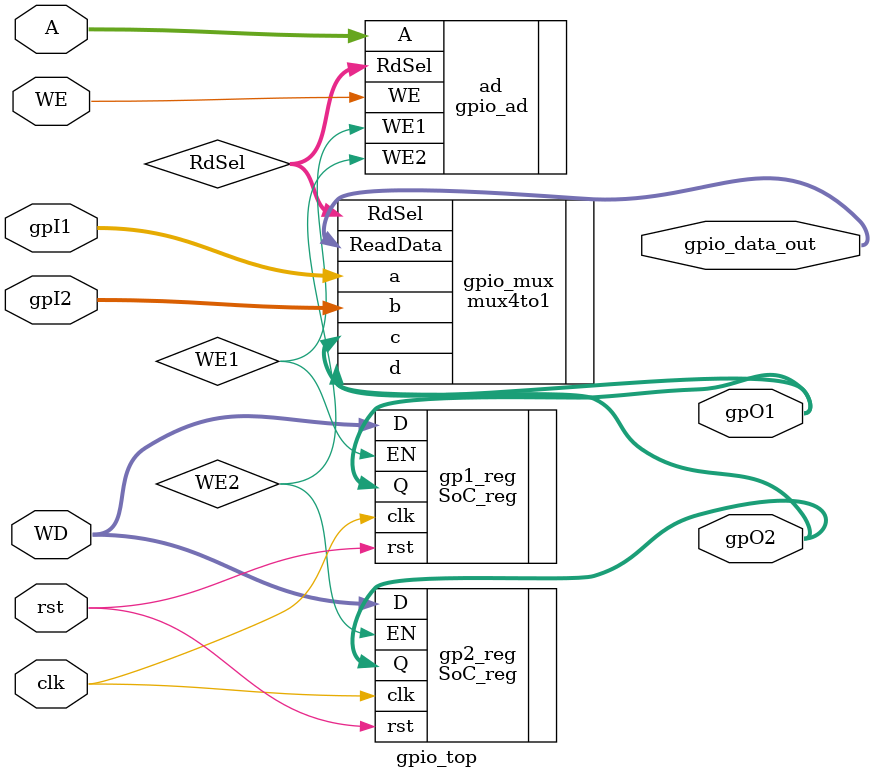
<source format=v>
module gpio_top(
    input wire      clk,
    input wire      rst,
    input wire [1:0] A,
    input wire WE,
    input wire [31:0] gpI1, gpI2, WD,
    output wire [31:0] gpO1, gpO2, gpio_data_out
    );
    
    wire WE1, WE2;
    wire [1:0] RdSel;
    gpio_ad ad(
        .A          (A),
        .WE         (WE),
        .WE1        (WE1),
        .WE2        (WE2),
        .RdSel      (RdSel)
    );
    
    SoC_reg #(32) gp1_reg( 
        .clk        (clk),
        .rst        (rst),
        .D          (WD),
        .EN         (WE1),
        .Q          (gpO1)
    );
    
    SoC_reg #(32) gp2_reg( 
        .clk        (clk),
        .rst        (rst),
        .D          (WD),
        .EN         (WE2),
        .Q          (gpO2)
    );    
    
    mux4to1 gpio_mux(
        .RdSel      (RdSel),
        .a          (gpI1),
        .b          (gpI2),
        .c          (gpO1),
        .d          (gpO2),
        .ReadData   (gpio_data_out)
    );
            
        
endmodule

</source>
